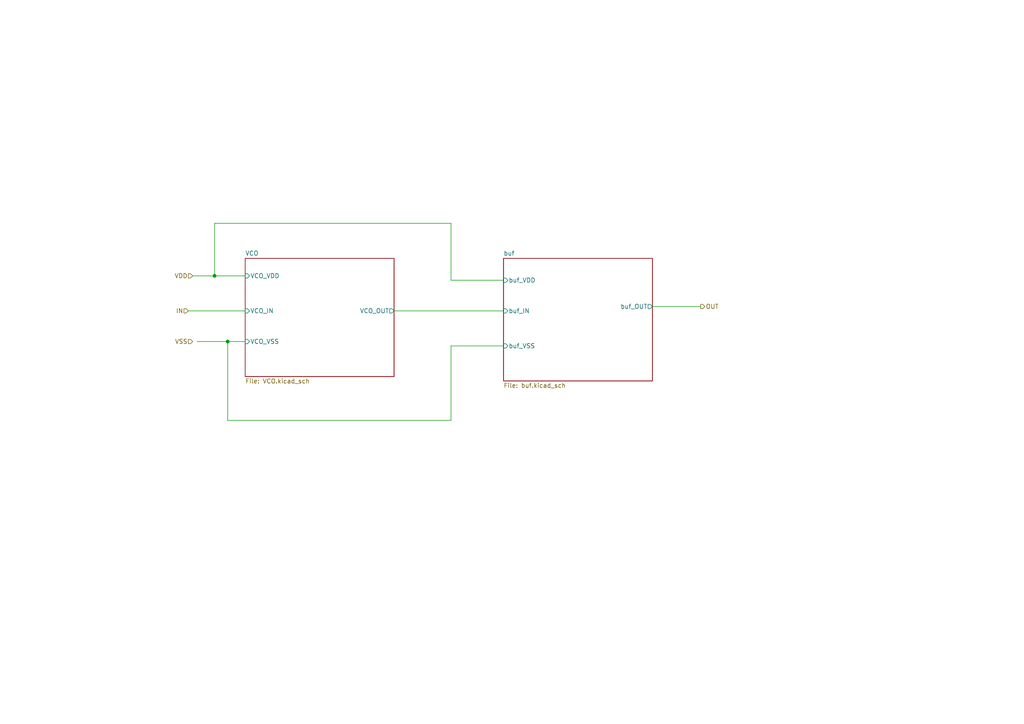
<source format=kicad_sch>
(kicad_sch (version 20230121) (generator eeschema)
  (paper "A4")
  (lib_symbols)
  (junction (at 62.23 80.01))
  (junction (at 66.04 99.06))
  (wire (pts (xy 130.81 121.92) (xy 130.81 100.33)))
  (wire (pts (xy 66.04 99.06) (xy 71.12 99.06)))
  (wire (pts (xy 130.81 100.33) (xy 146.05 100.33)))
  (wire (pts (xy 189.23 88.9) (xy 203.2 88.9)))
  (wire (pts (xy 62.23 64.77) (xy 130.81 64.77)))
  (wire (pts (xy 66.04 99.06) (xy 66.04 121.92)))
  (wire (pts (xy 130.81 81.28) (xy 130.81 64.77)))
  (wire (pts (xy 54.61 90.17) (xy 71.12 90.17)))
  (wire (pts (xy 62.23 80.01) (xy 71.12 80.01)))
  (wire (pts (xy 146.05 81.28) (xy 130.81 81.28)))
  (wire (pts (xy 114.3 90.17) (xy 146.05 90.17)))
  (wire (pts (xy 62.23 64.77) (xy 62.23 80.01)))
  (wire (pts (xy 55.88 80.01) (xy 62.23 80.01)))
  (wire (pts (xy 57.15 99.06) (xy 66.04 99.06)))
  (wire (pts (xy 66.04 121.92) (xy 130.81 121.92)))
  (hierarchical_label "OUT" (shape output) (at 203.2 88.9 0))
  (hierarchical_label "VDD" (shape input) (at 55.88 80.01 180))
  (hierarchical_label "IN" (shape input) (at 54.61 90.17 180))
  (hierarchical_label "VSS" (shape input) (at 55.88 99.06 180))
  (sheet (at 146.05 74.93) (size 43.18 35.56) (stroke (width 0.1524))
    (property "Sheetname" "buf" (at 146.05 74.2184 0) (effects (justify left bottom)))
    (property "Sheetfile" "buf.kicad_sch" (at 146.05 111.0746 0) (effects (justify left top)))
    (pin "buf_OUT" output (at 189.23 88.9 0))
    (pin "buf_VSS" input (at 146.05 100.33 180))
    (pin "buf_VDD" input (at 146.05 81.28 180))
    (pin "buf_IN" input (at 146.05 90.17 180))
  )
  (sheet (at 71.12 74.93) (size 43.18 34.29) (stroke (width 0.1524))
    (property "Sheetname" "VCO" (at 71.12 74.2184 0) (effects (justify left bottom)))
    (property "Sheetfile" "VCO.kicad_sch" (at 71.12 109.8046 0) (effects (justify left top)))
    (pin "VCO_VDD" input (at 71.12 80.01 180))
    (pin "VCO_VSS" input (at 71.12 99.06 180))
    (pin "VCO_IN" input (at 71.12 90.17 180))
    (pin "VCO_OUT" output (at 114.3 90.17 0))
  )
)
</source>
